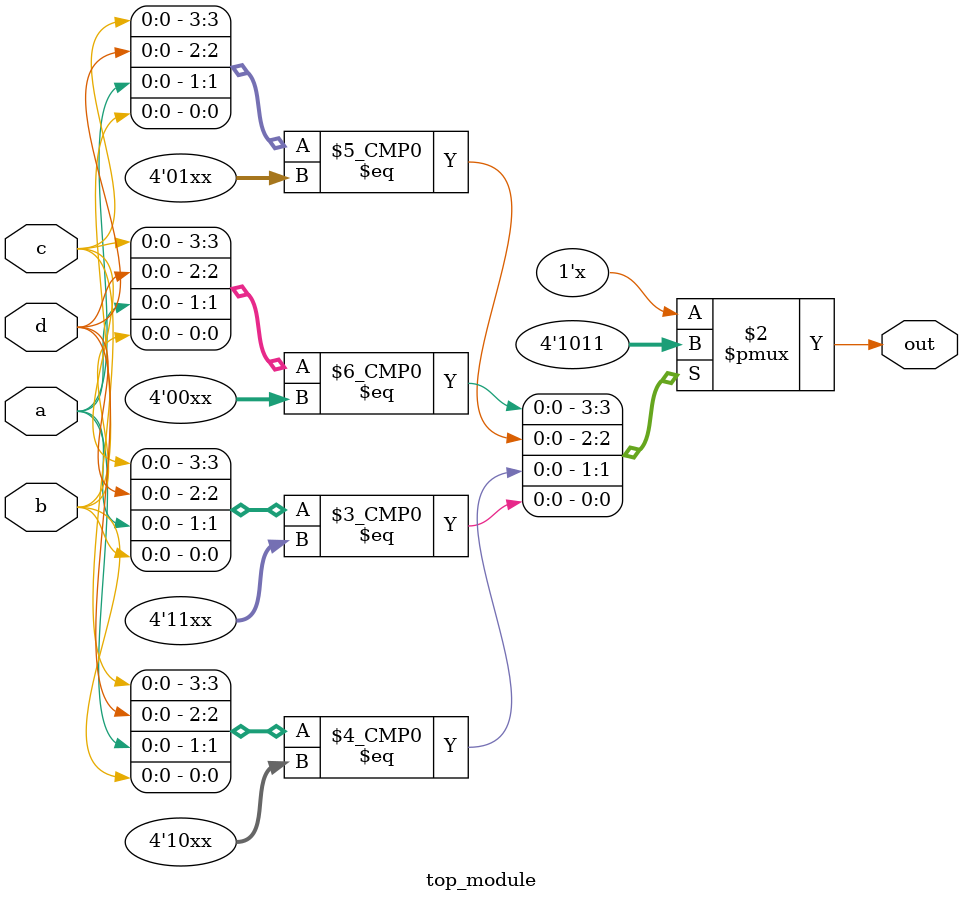
<source format=sv>
module top_module (
  input a, 
  input b,
  input c,
  input d,
  output reg out
);

  always @ (a or b or c or d) begin
    case ({c, d, a, b})
      4'b00xx: out = 1'b1;
      4'b01xx: out = 1'b0;
      4'b10xx: out = 1'b1;
      4'b11xx: out = 1'b1;
      default: out = 1'b0;
    endcase
  end

endmodule

</source>
